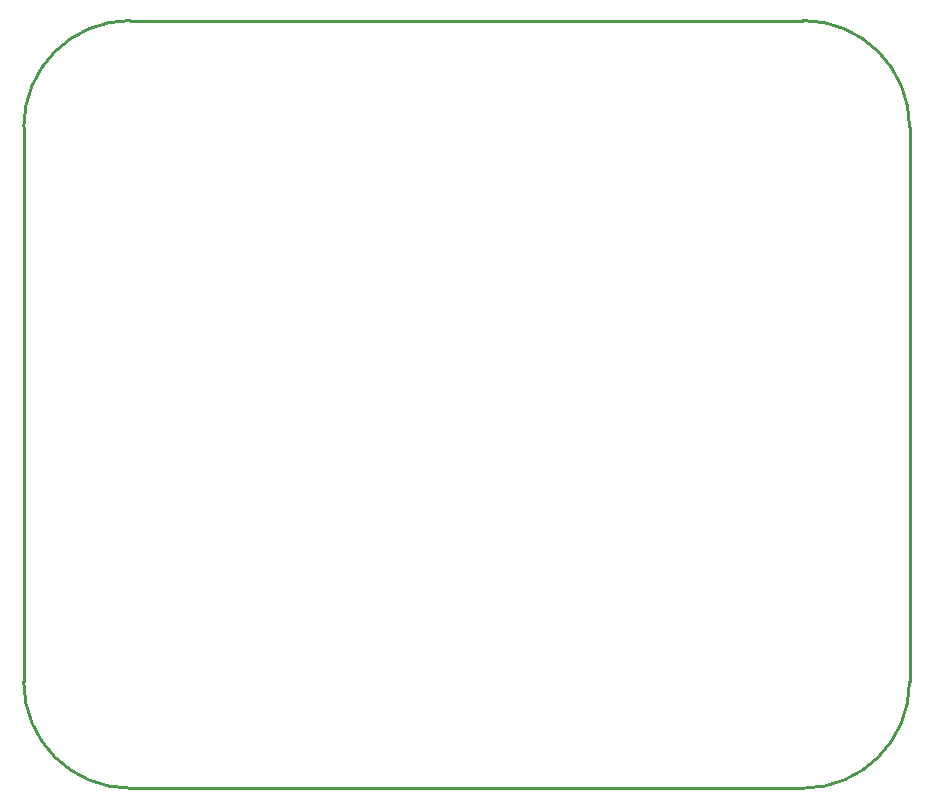
<source format=gko>
G04 Layer: BoardOutline*
G04 EasyEDA v6.4.17, 2021-03-16T21:25:48--4:00*
G04 02908657a6854e8f96d385e85a04b694,7db2125e4611476bb2993bf99425ef50,10*
G04 Gerber Generator version 0.2*
G04 Scale: 100 percent, Rotated: No, Reflected: No *
G04 Dimensions in millimeters *
G04 leading zeros omitted , absolute positions ,4 integer and 5 decimal *
%FSLAX45Y45*%
%MOMM*%

%ADD10C,0.2540*%
D10*
X7182299Y3037199D02*
G01*
X7182299Y-1662800D01*
X6282298Y-2562799D02*
G01*
X582300Y-2562799D01*
X-317700Y-1662800D02*
G01*
X-317700Y3037199D01*
X583001Y3937200D02*
G01*
X6282298Y3937200D01*
G75*
G01*
X582300Y-2562802D02*
G02*
X-317701Y-1662803I0J900001D01*
G75*
G01*
X7182300Y-1662803D02*
G02*
X6282299Y-2562802I-900001J2D01*
G75*
G01*
X6282299Y3937201D02*
G02*
X7182300Y3037200I0J-900001D01*
G75*
G01*
X-317701Y3037200D02*
G02*
X582300Y3937201I900001J0D01*

%LPD*%
M02*

</source>
